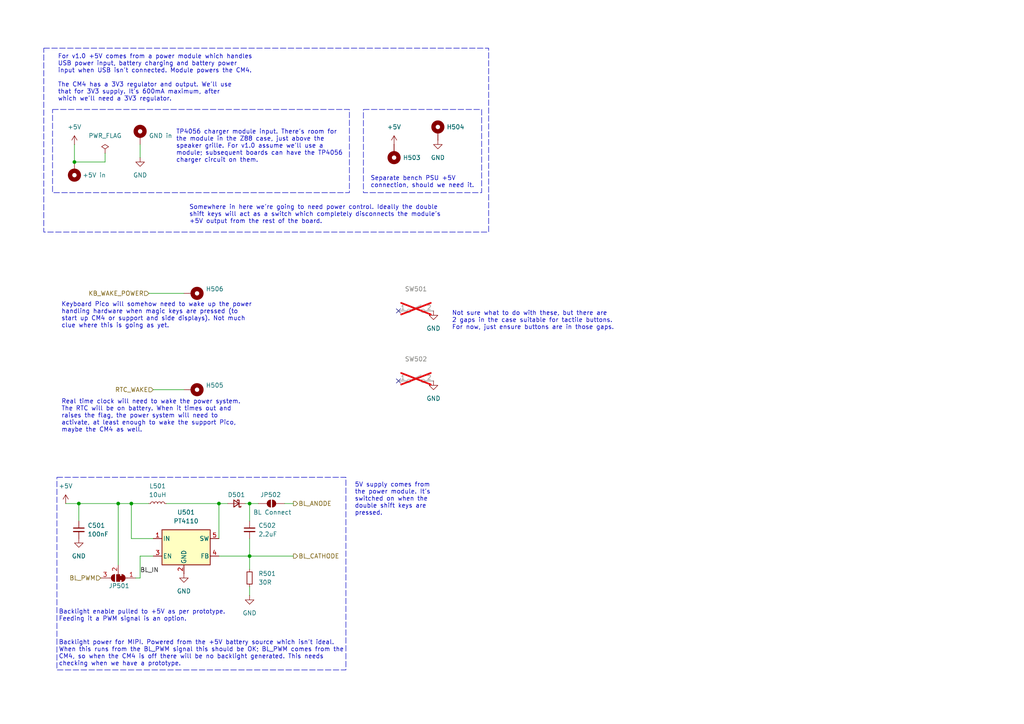
<source format=kicad_sch>
(kicad_sch (version 20231120) (generator "eeschema") (generator_version "8.0")
  (paper "A4")
  (title_block (title "Z88R - Z88 Recreated") (date "2024-08-23") (rev "20240823") (company "Fountain and Menadue"))
  (lib_symbols
    (symbol "Device:C_Small" (pin_numbers hide) (pin_names (offset 0.254) hide)
      (property "Reference" "C" (at 0.254 1.778 0))
      (property "Value" "C_Small" (at 0.254 -2.032 0))
      (symbol "C_Small_0_1"
        (polyline (pts (xy -1.524 -0.508) (xy 1.524 -0.508)) (stroke (width 0.3302)))
        (polyline (pts (xy -1.524 0.508) (xy 1.524 0.508)) (stroke (width 0.3048)))
      )
      (symbol "C_Small_1_1"
        (pin passive line (at 0 2.54 270) (length 2.032) (name "~") (number "1"))
        (pin passive line (at 0 -2.54 90) (length 2.032) (name "~") (number "2"))
      )
    )
    (symbol "Device:D_Schottky_Small" (pin_numbers hide) (pin_names (offset 0.254) hide)
      (property "Reference" "D" (at -1.27 2.032 0))
      (property "Value" "D_Schottky_Small" (at -7.112 -2.032 0))
      (symbol "D_Schottky_Small_0_1"
        (polyline (pts (xy -0.762 0) (xy 0.762 0)))
        (polyline (pts (xy 0.762 -1.016) (xy -0.762 0) (xy 0.762 1.016) (xy 0.762 -1.016)) (stroke (width 0.254)))
        (polyline (pts (xy -1.27 0.762) (xy -1.27 1.016) (xy -0.762 1.016) (xy -0.762 -1.016) (xy -0.254 -1.016) (xy -0.254 -0.762)) (stroke (width 0.254)))
      )
      (symbol "D_Schottky_Small_1_1"
        (pin passive line (at -2.54 0 0) (length 1.778) (name "K") (number "1"))
        (pin passive line (at 2.54 0 180) (length 1.778) (name "A") (number "2"))
      )
    )
    (symbol "Device:L_Small" (pin_numbers hide) (pin_names (offset 0.254) hide)
      (property "Reference" "L" (at 0.762 1.016 0))
      (property "Value" "L_Small" (at 0.762 -1.016 0))
      (symbol "L_Small_0_1"
        (arc (start 0 -2.032) (mid 0.5058 -1.524) (end 0 -1.016))
        (arc (start 0 -1.016) (mid 0.5058 -0.508) (end 0 0))
        (arc (start 0 0) (mid 0.5058 0.508) (end 0 1.016))
        (arc (start 0 1.016) (mid 0.5058 1.524) (end 0 2.032))
      )
      (symbol "L_Small_1_1"
        (pin passive line (at 0 2.54 270) (length 0.508) (name "~") (number "1"))
        (pin passive line (at 0 -2.54 90) (length 0.508) (name "~") (number "2"))
      )
    )
    (symbol "Device:R_Small" (pin_numbers hide) (pin_names (offset 0.254) hide)
      (property "Reference" "R" (at 0.762 0.508 0))
      (property "Value" "R_Small" (at 0.762 -1.016 0))
      (symbol "R_Small_0_1"
        (rectangle (start -0.762 1.778) (end 0.762 -1.778) (stroke (width 0.2032)))
      )
      (symbol "R_Small_1_1"
        (pin passive line (at 0 2.54 270) (length 0.762) (name "~") (number "1"))
        (pin passive line (at 0 -2.54 90) (length 0.762) (name "~") (number "2"))
      )
    )
    (symbol "Jumper:SolderJumper_2_Open" (pin_numbers hide) (pin_names (offset 0) hide) (exclude_from_sim yes) (in_bom no)
      (property "Reference" "JP" (at 0 2.032 0))
      (property "Value" "SolderJumper_2_Open" (at 0 -2.54 0))
      (symbol "SolderJumper_2_Open_0_1"
        (arc (start -0.254 1.016) (mid -1.2656 0) (end -0.254 -1.016))
        (arc (start -0.254 1.016) (mid -1.2656 0) (end -0.254 -1.016) (fill (type outline)))
        (polyline (pts (xy -0.254 1.016) (xy -0.254 -1.016)))
        (polyline (pts (xy 0.254 1.016) (xy 0.254 -1.016)))
        (arc (start 0.254 -1.016) (mid 1.2656 0) (end 0.254 1.016))
        (arc (start 0.254 -1.016) (mid 1.2656 0) (end 0.254 1.016) (fill (type outline)))
      )
      (symbol "SolderJumper_2_Open_1_1"
        (pin passive line (at -3.81 0 0) (length 2.54) (name "A") (number "1"))
        (pin passive line (at 3.81 0 180) (length 2.54) (name "B") (number "2"))
      )
    )
    (symbol "Jumper:SolderJumper_3_Bridged12" (pin_names (offset 0) hide) (exclude_from_sim yes) (in_bom no)
      (property "Reference" "JP" (at -2.54 -2.54 0))
      (property "Value" "SolderJumper_3_Bridged12" (at 0 2.794 0))
      (symbol "SolderJumper_3_Bridged12_0_1"
        (rectangle (start -1.016 0.508) (end -0.508 -0.508) (fill (type outline)))
        (arc (start -1.016 1.016) (mid -2.0276 0) (end -1.016 -1.016))
        (arc (start -1.016 1.016) (mid -2.0276 0) (end -1.016 -1.016) (fill (type outline)))
        (rectangle (start -0.508 1.016) (end 0.508 -1.016) (fill (type outline)))
        (polyline (pts (xy -2.54 0) (xy -2.032 0)))
        (polyline (pts (xy -1.016 1.016) (xy -1.016 -1.016)))
        (polyline (pts (xy 0 -1.27) (xy 0 -1.016)))
        (polyline (pts (xy 1.016 1.016) (xy 1.016 -1.016)))
        (polyline (pts (xy 2.54 0) (xy 2.032 0)))
        (arc (start 1.016 -1.016) (mid 2.0276 0) (end 1.016 1.016))
        (arc (start 1.016 -1.016) (mid 2.0276 0) (end 1.016 1.016) (fill (type outline)))
      )
      (symbol "SolderJumper_3_Bridged12_1_1"
        (pin passive line (at -5.08 0 0) (length 2.54) (name "A") (number "1"))
        (pin passive line (at 0 -3.81 90) (length 2.54) (name "C") (number "2"))
        (pin passive line (at 5.08 0 180) (length 2.54) (name "B") (number "3"))
      )
    )
    (symbol "Mechanical:MountingHole_Pad" (pin_numbers hide) (pin_names (offset 1.016) hide) (exclude_from_sim yes) (in_bom no)
      (property "Reference" "H" (at 0 6.35 0))
      (property "Value" "MountingHole_Pad" (at 0 4.445 0))
      (symbol "MountingHole_Pad_0_1"
        (circle (center 0 1.27) (radius 1.27) (stroke (width 1.27)))
      )
      (symbol "MountingHole_Pad_1_1"
        (pin input line (at 0 -2.54 90) (length 2.54) (name "1") (number "1"))
      )
    )
    (symbol "Switch:SW_SPST" (pin_names (offset 0) hide)
      (property "Reference" "SW" (at 0 3.175 0))
      (property "Value" "SW_SPST" (at 0 -2.54 0))
      (symbol "SW_SPST_0_0"
        (circle (center -2.032 0) (radius 0.508))
        (polyline (pts (xy -1.524 0.254) (xy 1.524 1.778)))
        (circle (center 2.032 0) (radius 0.508))
      )
      (symbol "SW_SPST_1_1"
        (pin passive line (at -5.08 0 0) (length 2.54) (name "A") (number "1"))
        (pin passive line (at 5.08 0 180) (length 2.54) (name "B") (number "2"))
      )
    )
    (symbol "power:+5V" (power) (pin_numbers hide) (pin_names (offset 0) hide)
      (property "Value" "+5V" (at 0 3.556 0))
      (symbol "+5V_0_1"
        (polyline (pts (xy -0.762 1.27) (xy 0 2.54)))
        (polyline (pts (xy 0 0) (xy 0 2.54)))
        (polyline (pts (xy 0 2.54) (xy 0.762 1.27)))
      )
      (symbol "+5V_1_1"
        (pin power_in line (at 0 0 90) (length 0) (name "~") (number "1"))
      )
    )
    (symbol "power:GND" (power) (pin_numbers hide) (pin_names (offset 0) hide)
      (property "Value" "GND" (at 0 -3.81 0))
      (symbol "GND_0_1"
        (polyline (pts (xy 0 0) (xy 0 -1.27) (xy 1.27 -1.27) (xy 0 -2.54) (xy -1.27 -1.27) (xy 0 -1.27)))
      )
      (symbol "GND_1_1"
        (pin power_in line (at 0 0 270) (length 0) (name "~") (number "1"))
      )
    )
    (symbol "power:PWR_FLAG" (power) (pin_numbers hide) (pin_names (offset 0) hide)
      (property "Value" "PWR_FLAG" (at 0 3.81 0))
      (symbol "PWR_FLAG_0_0"
        (pin power_out line (at 0 0 90) (length 0) (name "~") (number "1"))
      )
      (symbol "PWR_FLAG_0_1"
        (polyline (pts (xy 0 0) (xy 0 1.27) (xy -1.016 1.905) (xy 0 2.54) (xy 1.016 1.905) (xy 0 1.27)))
      )
    )
    (symbol "z88r_power:PT4110" (pin_names (offset 0.254))
      (property "Reference" "U" (at -5.08 8.89 0))
      (property "Value" "PT4110" (at 5.08 8.89 0))
      (symbol "PT4110_0_1"
        (rectangle (start -6.35 7.62) (end 7.62 -2.54) (stroke (width 0.254)) (fill (type background)))
      )
      (symbol "PT4110_1_1"
        (pin power_in line (at -8.89 5.08 0) (length 2.54) (name "IN") (number "1"))
        (pin power_in line (at 0 -5.08 90) (length 2.54) (name "GND") (number "2"))
        (pin input line (at -8.89 0 0) (length 2.54) (name "EN") (number "3"))
        (pin input line (at 10.16 0 180) (length 2.54) (name "FB") (number "4"))
        (pin power_out line (at 10.16 5.08 180) (length 2.54) (name "SW") (number "5"))
      )
    )
  )
  (junction (at 22.86 146.05))
  (junction (at 21.59 46.99))
  (junction (at 38.1 146.05))
  (junction (at 34.29 146.05))
  (junction (at 72.39 146.05))
  (junction (at 72.39 161.29))
  (junction (at 63.5 146.05))
  (no_connect (at 115.57 90.17))
  (no_connect (at 115.57 110.49))
  (wire (pts (xy 63.5 161.29) (xy 72.39 161.29)))
  (wire (pts (xy 40.64 41.91) (xy 40.64 45.72)))
  (wire (pts (xy 39.37 167.64) (xy 40.64 167.64)))
  (wire (pts (xy 40.64 161.29) (xy 44.45 161.29)))
  (wire (pts (xy 72.39 161.29) (xy 72.39 165.1)))
  (wire (pts (xy 22.86 146.05) (xy 34.29 146.05)))
  (wire (pts (xy 21.59 46.99) (xy 30.48 46.99)))
  (wire (pts (xy 22.86 151.13) (xy 22.86 146.05)))
  (wire (pts (xy 44.45 113.03) (xy 53.34 113.03)))
  (wire (pts (xy 82.55 146.05) (xy 85.09 146.05)))
  (wire (pts (xy 72.39 146.05) (xy 74.93 146.05)))
  (wire (pts (xy 72.39 161.29) (xy 85.09 161.29)))
  (wire (pts (xy 19.05 146.05) (xy 22.86 146.05)))
  (wire (pts (xy 72.39 170.18) (xy 72.39 172.72)))
  (wire (pts (xy 63.5 146.05) (xy 63.5 156.21)))
  (wire (pts (xy 40.64 167.64) (xy 40.64 161.29)))
  (wire (pts (xy 30.48 46.99) (xy 30.48 44.45)))
  (wire (pts (xy 34.29 146.05) (xy 34.29 163.83)))
  (wire (pts (xy 72.39 156.21) (xy 72.39 161.29)))
  (wire (pts (xy 38.1 156.21) (xy 38.1 146.05)))
  (wire (pts (xy 71.12 146.05) (xy 72.39 146.05)))
  (wire (pts (xy 38.1 146.05) (xy 43.18 146.05)))
  (wire (pts (xy 63.5 146.05) (xy 66.04 146.05)))
  (wire (pts (xy 34.29 146.05) (xy 38.1 146.05)))
  (wire (pts (xy 48.26 146.05) (xy 63.5 146.05)))
  (wire (pts (xy 43.18 85.09) (xy 53.34 85.09)))
  (wire (pts (xy 72.39 146.05) (xy 72.39 151.13)))
  (wire (pts (xy 21.59 41.91) (xy 21.59 46.99)))
  (wire (pts (xy 38.1 156.21) (xy 44.45 156.21)))
  (rectangle (start 12.7 13.97) (end 141.732 67.31) (stroke (width 0) (type dash)))
  (rectangle (start 15.24 31.75) (end 101.346 55.88) (stroke (width 0) (type dash)))
  (rectangle (start 16.51 138.43) (end 100.33 194.31) (stroke (width 0) (type dash)))
  (rectangle (start 105.41 31.75) (end 139.7 55.88) (stroke (width 0) (type dash)))
  (text "Somewhere in here we're going to need power control. Ideally the double\nshift keys will act as a switch which completely disconnects the module's\n+5V output from the rest of the board." (at 54.864 62.23 0) (effects (font (size 1.27 1.27)) (justify left)))
  (text "For v1.0 +5V comes from a power module which handles\nUSB power input, battery charging and battery power\ninput when USB isn't connected. Module powers the CM4.\n\nThe CM4 has a 3V3 regulator and output. We'll use\nthat for 3V3 supply. It's 600mA maximum, after\nwhich we'll need a 3V3 regulator." (at 16.764 22.606 0) (effects (font (size 1.27 1.27)) (justify left)))
  (text "TP4056 charger module input. There's room for\nthe module in the Z88 case, just above the\nspeaker grille. For v1.0 assume we'll use a\nmodule; subsequent boards can have the TP4056\ncharger circuit on them." (at 51.054 42.418 0) (effects (font (size 1.27 1.27)) (justify left)))
  (text "Backlight power for MIPI. Powered from the +5V battery source which isn't ideal.\nWhen this runs from the BL_PWM signal this should be OK; BL_PWM comes from the\nCM4, so when the CM4 is off there will be no backlight generated. This needs\nchecking when we have a prototype." (at 17.018 189.484 0) (effects (font (size 1.27 1.27)) (justify left)))
  (text "Real time clock will need to wake the power system.\nThe RTC will be on battery. When it times out and\nraises the flag, the power system will need to \nactivate, at least enough to wake the support Pico,\nmaybe the CM4 as well." (at 17.78 120.65 0) (effects (font (size 1.27 1.27)) (justify left)))
  (text "Keyboard Pico will somehow need to wake up the power\nhandling hardware when magic keys are pressed (to\nstart up CM4 or support and side displays). Not much\nclue where this is going as yet." (at 17.78 91.44 0) (effects (font (size 1.27 1.27)) (justify left)))
  (text "Separate bench PSU +5V\nconnection, should we need it." (at 107.442 52.832 0) (effects (font (size 1.27 1.27)) (justify left)))
  (text "Backlight enable pulled to +5V as per prototype.\nFeeding it a PWM signal is an option." (at 17.018 178.562 0) (effects (font (size 1.27 1.27)) (justify left)))
  (text "Not sure what to do with these, but there are\n2 gaps in the case suitable for tactile buttons.\nFor now, just ensure buttons are in those gaps." (at 131.064 92.964 0) (effects (font (size 1.27 1.27)) (justify left)))
  (text "5V supply comes from\nthe power module. It's\nswitched on when the\ndouble shift keys are\npressed." (at 102.87 144.78 0) (effects (font (size 1.27 1.27)) (justify left)))
  (label "BL_IN" (at 40.64 166.37 0))
  (hierarchical_label "BL_CATHODE" (shape output) (at 85.09 161.29 0))
  (hierarchical_label "BL_ANODE" (shape output) (at 85.09 146.05 0))
  (hierarchical_label "KB_WAKE_POWER" (shape input) (at 43.18 85.09 180))
  (hierarchical_label "BL_PWM" (shape input) (at 29.21 167.64 180))
  (hierarchical_label "RTC_WAKE" (shape input) (at 44.45 113.03 180))
  (symbol (lib_id "power:GND") (at 40.64 45.72 0) (unit 1)
    (property "Reference" "#PWR0504" (effects (hide yes)))
    (property "Value" "GND" (at 40.64 50.8 0))
    (property "Description" "Power symbol creates a global label with name \"GND\" , ground" (effects (hide yes)))
  )
  (symbol (lib_id "power:+5V") (at 114.3 41.91 0) (unit 1)
    (property "Reference" "#PWR0507" (effects (hide yes)))
    (property "Value" "+5V" (at 114.3 36.83 0))
    (property "Description" "Power symbol creates a global label with name \"+5V\"" (effects (hide yes)))
  )
  (symbol (lib_id "Mechanical:MountingHole_Pad") (at 55.88 85.09 270) (unit 1) (exclude_from_sim yes) (in_bom no)
    (property "Reference" "H506" (at 59.69 83.8199 90) (effects (justify left)))
    (property "Value" "KB Wake Power" (effects (hide yes)))
    (property "Footprint" "TestPoint:TestPoint_THTPad_D2.0mm_Drill1.0mm" (effects (hide yes)))
    (property "Description" "Mounting Hole with connection" (effects (hide yes)))
  )
  (symbol (lib_id "power:PWR_FLAG") (at 30.48 44.45 0) (unit 1)
    (property "Reference" "#FLG0501" (effects (hide yes)))
    (property "Value" "PWR_FLAG" (at 30.48 39.37 0))
    (property "Description" "Special symbol for telling ERC where power comes from" (effects (hide yes)))
  )
  (symbol (lib_id "power:GND") (at 72.39 172.72 0) (unit 1)
    (property "Reference" "#PWR0506" (effects (hide yes)))
    (property "Value" "GND" (at 72.39 177.8 0))
    (property "Description" "Power symbol creates a global label with name \"GND\" , ground" (effects (hide yes)))
  )
  (symbol (lib_id "power:GND") (at 125.73 110.49 0) (unit 1)
    (property "Reference" "#PWR0510" (effects (hide yes)))
    (property "Value" "GND" (at 125.73 115.57 0))
    (property "Description" "Power symbol creates a global label with name \"GND\" , ground" (effects (hide yes)))
  )
  (symbol (lib_id "Mechanical:MountingHole_Pad") (at 114.3 44.45 180) (unit 1) (exclude_from_sim yes) (in_bom no)
    (property "Reference" "H503" (at 116.84 45.7199 0) (effects (justify right)))
    (property "Value" "+5V" (effects (hide yes)))
    (property "Footprint" "MountingHole:MountingHole_2.2mm_M2_Pad" (effects (hide yes)))
    (property "Description" "Mounting Hole with connection" (effects (hide yes)))
  )
  (symbol (lib_id "power:GND") (at 125.73 90.17 0) (unit 1)
    (property "Reference" "#PWR0509" (effects (hide yes)))
    (property "Value" "GND" (at 125.73 95.25 0))
    (property "Description" "Power symbol creates a global label with name \"GND\" , ground" (effects (hide yes)))
  )
  (symbol (lib_id "Device:D_Schottky_Small") (at 68.58 146.05 180) (unit 1)
    (property "Reference" "D501" (at 68.58 143.51 0))
    (property "Value" "D_Schottky_Small" (effects (hide yes)))
    (property "Footprint" "Diode_SMD:D_1206_3216Metric_Pad1.42x1.75mm_HandSolder" (effects (hide yes)))
    (property "Description" "Schottky diode, small symbol" (effects (hide yes)))
  )
  (symbol (lib_id "Mechanical:MountingHole_Pad") (at 21.59 49.53 180) (unit 1) (exclude_from_sim yes) (in_bom no)
    (property "Reference" "H501" (effects (hide yes)))
    (property "Value" "+5V in" (at 30.734 50.8 0) (effects (justify left)))
    (property "Footprint" "MountingHole:MountingHole_2.2mm_M2_Pad" (effects (hide yes)))
    (property "Description" "Mounting Hole with connection" (effects (hide yes)))
  )
  (symbol (lib_id "Mechanical:MountingHole_Pad") (at 127 38.1 0) (unit 1) (exclude_from_sim yes) (in_bom no)
    (property "Reference" "H504" (at 129.54 36.8299 0) (effects (justify left)))
    (property "Value" "GND" (effects (hide yes)))
    (property "Footprint" "MountingHole:MountingHole_2.2mm_M2_Pad" (effects (hide yes)))
    (property "Description" "Mounting Hole with connection" (effects (hide yes)))
  )
  (symbol (lib_id "Jumper:SolderJumper_2_Open") (at 78.74 146.05 0) (unit 1) (exclude_from_sim yes) (in_bom no)
    (property "Reference" "JP502" (at 78.486 143.51 0))
    (property "Value" "BL Connect" (at 78.994 148.59 0))
    (property "Footprint" "Jumper:SolderJumper-2_P1.3mm_Open_Pad1.0x1.5mm" (effects (hide yes)))
    (property "Description" "Solder Jumper, 2-pole, open" (effects (hide yes)))
  )
  (symbol (lib_id "Device:C_Small") (at 72.39 153.67 0) (unit 1)
    (property "Reference" "C502" (at 74.93 152.4062 0) (effects (justify left)))
    (property "Value" "2.2uF" (at 74.93 154.9462 0) (effects (justify left)))
    (property "Footprint" "Capacitor_SMD:C_0805_2012Metric_Pad1.18x1.45mm_HandSolder" (effects (hide yes)))
    (property "Description" "Unpolarized capacitor, small symbol" (effects (hide yes)))
  )
  (symbol (lib_id "Device:C_Small") (at 22.86 153.67 0) (unit 1)
    (property "Reference" "C501" (at 25.4 152.4062 0) (effects (justify left)))
    (property "Value" "100nF" (at 25.4 154.9462 0) (effects (justify left)))
    (property "Footprint" "Capacitor_SMD:C_0805_2012Metric_Pad1.18x1.45mm_HandSolder" (effects (hide yes)))
    (property "Description" "Unpolarized capacitor, small symbol" (effects (hide yes)))
  )
  (symbol (lib_id "z88r_power:PT4110") (at 53.34 161.29 0) (unit 1)
    (property "Reference" "U501" (at 53.975 148.59 0))
    (property "Value" "PT4110" (at 53.975 151.13 0))
    (property "Footprint" "Package_TO_SOT_SMD:SOT-89-5_Handsoldering" (effects (hide yes)))
    (property "Datasheet" "https://www.buydisplay.com/download/ic/PT4110.pdf" (effects (hide yes)))
    (property "Description" "LED driver" (effects (hide yes)))
  )
  (symbol (lib_id "power:+5V") (at 19.05 146.05 0) (unit 1)
    (property "Reference" "#PWR0501" (effects (hide yes)))
    (property "Value" "+5V" (at 19.05 140.97 0))
    (property "Description" "Power symbol creates a global label with name \"+5V\"" (effects (hide yes)))
  )
  (symbol (lib_id "Switch:SW_SPST") (at 120.65 90.17 0) (unit 1) (dnp yes)
    (property "Reference" "SW501" (at 120.65 83.82 0))
    (property "Value" "NO POP" (effects (hide yes)))
    (property "Footprint" "Button_Switch_THT:SW_Tactile_SKHH_Angled" (effects (hide yes)))
    (property "Description" "Single Pole Single Throw (SPST) switch" (effects (hide yes)))
  )
  (symbol (lib_id "Device:L_Small") (at 45.72 146.05 90) (unit 1)
    (property "Reference" "L501" (at 45.72 140.97 90))
    (property "Value" "10uH" (at 45.72 143.51 90))
    (property "Footprint" "Inductor_SMD:L_Coilcraft_XAL7070-XXX" (effects (hide yes)))
    (property "Description" "Inductor, small symbol" (effects (hide yes)))
  )
  (symbol (lib_id "Jumper:SolderJumper_3_Bridged12") (at 34.29 167.64 180) (unit 1) (exclude_from_sim yes) (in_bom no)
    (property "Reference" "JP501" (at 34.544 169.926 0))
    (property "Value" "BL Source" (effects (hide yes)))
    (property "Footprint" "Jumper:SolderJumper-3_P1.3mm_Bridged2Bar12_Pad1.0x1.5mm" (effects (hide yes)))
    (property "Description" "3-pole Solder Jumper, pins 1+2 closed/bridged" (effects (hide yes)))
  )
  (symbol (lib_id "Mechanical:MountingHole_Pad") (at 40.64 39.37 0) (unit 1) (exclude_from_sim yes) (in_bom no)
    (property "Reference" "H502" (effects (hide yes)))
    (property "Value" "GND in" (at 43.18 39.3699 0) (effects (justify left)))
    (property "Footprint" "MountingHole:MountingHole_2.2mm_M2_Pad" (effects (hide yes)))
    (property "Description" "Mounting Hole with connection" (effects (hide yes)))
  )
  (symbol (lib_id "power:+5V") (at 21.59 41.91 0) (unit 1)
    (property "Reference" "#PWR0502" (effects (hide yes)))
    (property "Value" "+5V" (at 21.59 36.83 0))
    (property "Description" "Power symbol creates a global label with name \"+5V\"" (effects (hide yes)))
  )
  (symbol (lib_id "Switch:SW_SPST") (at 120.65 110.49 0) (unit 1) (dnp yes)
    (property "Reference" "SW502" (at 120.65 104.14 0))
    (property "Value" "NO POP" (effects (hide yes)))
    (property "Footprint" "Button_Switch_THT:SW_Tactile_SKHH_Angled" (effects (hide yes)))
    (property "Description" "Single Pole Single Throw (SPST) switch" (effects (hide yes)))
  )
  (symbol (lib_id "power:GND") (at 22.86 156.21 0) (unit 1)
    (property "Reference" "#PWR0503" (effects (hide yes)))
    (property "Value" "GND" (at 22.86 161.29 0))
    (property "Description" "Power symbol creates a global label with name \"GND\" , ground" (effects (hide yes)))
  )
  (symbol (lib_id "power:GND") (at 53.34 166.37 0) (unit 1)
    (property "Reference" "#PWR0505" (effects (hide yes)))
    (property "Value" "GND" (at 53.34 171.45 0))
    (property "Description" "Power symbol creates a global label with name \"GND\" , ground" (effects (hide yes)))
  )
  (symbol (lib_id "power:GND") (at 127 40.64 0) (unit 1)
    (property "Reference" "#PWR0508" (effects (hide yes)))
    (property "Value" "GND" (at 127 45.72 0))
    (property "Description" "Power symbol creates a global label with name \"GND\" , ground" (effects (hide yes)))
  )
  (symbol (lib_id "Device:R_Small") (at 72.39 167.64 0) (unit 1)
    (property "Reference" "R501" (at 74.93 166.3699 0) (effects (justify left)))
    (property "Value" "30R" (at 74.93 168.9099 0) (effects (justify left)))
    (property "Footprint" "Resistor_SMD:R_0805_2012Metric_Pad1.20x1.40mm_HandSolder" (effects (hide yes)))
    (property "Description" "Resistor, small symbol" (effects (hide yes)))
  )
  (symbol (lib_id "Mechanical:MountingHole_Pad") (at 55.88 113.03 270) (unit 1) (exclude_from_sim yes) (in_bom no)
    (property "Reference" "H505" (at 59.69 111.7599 90) (effects (justify left)))
    (property "Value" "RTC Wake" (effects (hide yes)))
    (property "Footprint" "TestPoint:TestPoint_THTPad_D2.0mm_Drill1.0mm" (effects (hide yes)))
    (property "Description" "Mounting Hole with connection" (effects (hide yes)))
  )
)
</source>
